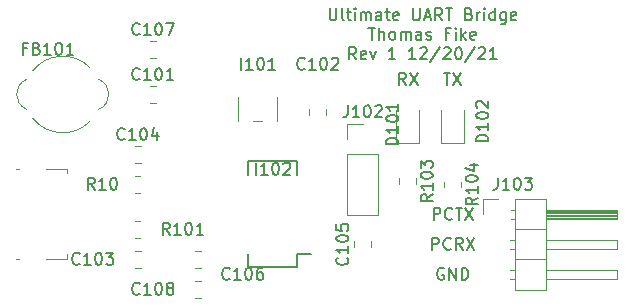
<source format=gto>
G04 #@! TF.GenerationSoftware,KiCad,Pcbnew,(5.1.10)-1*
G04 #@! TF.CreationDate,2021-12-17T22:33:09-07:00*
G04 #@! TF.ProjectId,ultimate-uart-bridge,756c7469-6d61-4746-952d-756172742d62,rev?*
G04 #@! TF.SameCoordinates,Original*
G04 #@! TF.FileFunction,Legend,Top*
G04 #@! TF.FilePolarity,Positive*
%FSLAX46Y46*%
G04 Gerber Fmt 4.6, Leading zero omitted, Abs format (unit mm)*
G04 Created by KiCad (PCBNEW (5.1.10)-1) date 2021-12-17 22:33:09*
%MOMM*%
%LPD*%
G01*
G04 APERTURE LIST*
%ADD10C,0.150000*%
%ADD11C,0.120000*%
%ADD12C,2.000000*%
%ADD13R,1.200000X0.400000*%
%ADD14O,1.700000X1.700000*%
%ADD15R,1.700000X1.700000*%
%ADD16R,1.900000X1.000000*%
%ADD17R,1.900000X1.800000*%
%ADD18R,1.300000X1.650000*%
%ADD19R,1.550000X1.425000*%
%ADD20R,1.380000X0.450000*%
%ADD21R,0.508000X0.977900*%
G04 APERTURE END LIST*
D10*
X138938095Y-97290000D02*
X138842857Y-97242380D01*
X138700000Y-97242380D01*
X138557142Y-97290000D01*
X138461904Y-97385238D01*
X138414285Y-97480476D01*
X138366666Y-97670952D01*
X138366666Y-97813809D01*
X138414285Y-98004285D01*
X138461904Y-98099523D01*
X138557142Y-98194761D01*
X138700000Y-98242380D01*
X138795238Y-98242380D01*
X138938095Y-98194761D01*
X138985714Y-98147142D01*
X138985714Y-97813809D01*
X138795238Y-97813809D01*
X139414285Y-98242380D02*
X139414285Y-97242380D01*
X139985714Y-98242380D01*
X139985714Y-97242380D01*
X140461904Y-98242380D02*
X140461904Y-97242380D01*
X140700000Y-97242380D01*
X140842857Y-97290000D01*
X140938095Y-97385238D01*
X140985714Y-97480476D01*
X141033333Y-97670952D01*
X141033333Y-97813809D01*
X140985714Y-98004285D01*
X140938095Y-98099523D01*
X140842857Y-98194761D01*
X140700000Y-98242380D01*
X140461904Y-98242380D01*
X137961904Y-95702380D02*
X137961904Y-94702380D01*
X138342857Y-94702380D01*
X138438095Y-94750000D01*
X138485714Y-94797619D01*
X138533333Y-94892857D01*
X138533333Y-95035714D01*
X138485714Y-95130952D01*
X138438095Y-95178571D01*
X138342857Y-95226190D01*
X137961904Y-95226190D01*
X139533333Y-95607142D02*
X139485714Y-95654761D01*
X139342857Y-95702380D01*
X139247619Y-95702380D01*
X139104761Y-95654761D01*
X139009523Y-95559523D01*
X138961904Y-95464285D01*
X138914285Y-95273809D01*
X138914285Y-95130952D01*
X138961904Y-94940476D01*
X139009523Y-94845238D01*
X139104761Y-94750000D01*
X139247619Y-94702380D01*
X139342857Y-94702380D01*
X139485714Y-94750000D01*
X139533333Y-94797619D01*
X140533333Y-95702380D02*
X140200000Y-95226190D01*
X139961904Y-95702380D02*
X139961904Y-94702380D01*
X140342857Y-94702380D01*
X140438095Y-94750000D01*
X140485714Y-94797619D01*
X140533333Y-94892857D01*
X140533333Y-95035714D01*
X140485714Y-95130952D01*
X140438095Y-95178571D01*
X140342857Y-95226190D01*
X139961904Y-95226190D01*
X140866666Y-94702380D02*
X141533333Y-95702380D01*
X141533333Y-94702380D02*
X140866666Y-95702380D01*
X138080952Y-93162380D02*
X138080952Y-92162380D01*
X138461904Y-92162380D01*
X138557142Y-92210000D01*
X138604761Y-92257619D01*
X138652380Y-92352857D01*
X138652380Y-92495714D01*
X138604761Y-92590952D01*
X138557142Y-92638571D01*
X138461904Y-92686190D01*
X138080952Y-92686190D01*
X139652380Y-93067142D02*
X139604761Y-93114761D01*
X139461904Y-93162380D01*
X139366666Y-93162380D01*
X139223809Y-93114761D01*
X139128571Y-93019523D01*
X139080952Y-92924285D01*
X139033333Y-92733809D01*
X139033333Y-92590952D01*
X139080952Y-92400476D01*
X139128571Y-92305238D01*
X139223809Y-92210000D01*
X139366666Y-92162380D01*
X139461904Y-92162380D01*
X139604761Y-92210000D01*
X139652380Y-92257619D01*
X139938095Y-92162380D02*
X140509523Y-92162380D01*
X140223809Y-93162380D02*
X140223809Y-92162380D01*
X140747619Y-92162380D02*
X141414285Y-93162380D01*
X141414285Y-92162380D02*
X140747619Y-93162380D01*
X129279047Y-75272380D02*
X129279047Y-76081904D01*
X129326666Y-76177142D01*
X129374285Y-76224761D01*
X129469523Y-76272380D01*
X129660000Y-76272380D01*
X129755238Y-76224761D01*
X129802857Y-76177142D01*
X129850476Y-76081904D01*
X129850476Y-75272380D01*
X130469523Y-76272380D02*
X130374285Y-76224761D01*
X130326666Y-76129523D01*
X130326666Y-75272380D01*
X130707619Y-75605714D02*
X131088571Y-75605714D01*
X130850476Y-75272380D02*
X130850476Y-76129523D01*
X130898095Y-76224761D01*
X130993333Y-76272380D01*
X131088571Y-76272380D01*
X131421904Y-76272380D02*
X131421904Y-75605714D01*
X131421904Y-75272380D02*
X131374285Y-75320000D01*
X131421904Y-75367619D01*
X131469523Y-75320000D01*
X131421904Y-75272380D01*
X131421904Y-75367619D01*
X131898095Y-76272380D02*
X131898095Y-75605714D01*
X131898095Y-75700952D02*
X131945714Y-75653333D01*
X132040952Y-75605714D01*
X132183809Y-75605714D01*
X132279047Y-75653333D01*
X132326666Y-75748571D01*
X132326666Y-76272380D01*
X132326666Y-75748571D02*
X132374285Y-75653333D01*
X132469523Y-75605714D01*
X132612380Y-75605714D01*
X132707619Y-75653333D01*
X132755238Y-75748571D01*
X132755238Y-76272380D01*
X133660000Y-76272380D02*
X133660000Y-75748571D01*
X133612380Y-75653333D01*
X133517142Y-75605714D01*
X133326666Y-75605714D01*
X133231428Y-75653333D01*
X133660000Y-76224761D02*
X133564761Y-76272380D01*
X133326666Y-76272380D01*
X133231428Y-76224761D01*
X133183809Y-76129523D01*
X133183809Y-76034285D01*
X133231428Y-75939047D01*
X133326666Y-75891428D01*
X133564761Y-75891428D01*
X133660000Y-75843809D01*
X133993333Y-75605714D02*
X134374285Y-75605714D01*
X134136190Y-75272380D02*
X134136190Y-76129523D01*
X134183809Y-76224761D01*
X134279047Y-76272380D01*
X134374285Y-76272380D01*
X135088571Y-76224761D02*
X134993333Y-76272380D01*
X134802857Y-76272380D01*
X134707619Y-76224761D01*
X134660000Y-76129523D01*
X134660000Y-75748571D01*
X134707619Y-75653333D01*
X134802857Y-75605714D01*
X134993333Y-75605714D01*
X135088571Y-75653333D01*
X135136190Y-75748571D01*
X135136190Y-75843809D01*
X134660000Y-75939047D01*
X136326666Y-75272380D02*
X136326666Y-76081904D01*
X136374285Y-76177142D01*
X136421904Y-76224761D01*
X136517142Y-76272380D01*
X136707619Y-76272380D01*
X136802857Y-76224761D01*
X136850476Y-76177142D01*
X136898095Y-76081904D01*
X136898095Y-75272380D01*
X137326666Y-75986666D02*
X137802857Y-75986666D01*
X137231428Y-76272380D02*
X137564761Y-75272380D01*
X137898095Y-76272380D01*
X138802857Y-76272380D02*
X138469523Y-75796190D01*
X138231428Y-76272380D02*
X138231428Y-75272380D01*
X138612380Y-75272380D01*
X138707619Y-75320000D01*
X138755238Y-75367619D01*
X138802857Y-75462857D01*
X138802857Y-75605714D01*
X138755238Y-75700952D01*
X138707619Y-75748571D01*
X138612380Y-75796190D01*
X138231428Y-75796190D01*
X139088571Y-75272380D02*
X139660000Y-75272380D01*
X139374285Y-76272380D02*
X139374285Y-75272380D01*
X141088571Y-75748571D02*
X141231428Y-75796190D01*
X141279047Y-75843809D01*
X141326666Y-75939047D01*
X141326666Y-76081904D01*
X141279047Y-76177142D01*
X141231428Y-76224761D01*
X141136190Y-76272380D01*
X140755238Y-76272380D01*
X140755238Y-75272380D01*
X141088571Y-75272380D01*
X141183809Y-75320000D01*
X141231428Y-75367619D01*
X141279047Y-75462857D01*
X141279047Y-75558095D01*
X141231428Y-75653333D01*
X141183809Y-75700952D01*
X141088571Y-75748571D01*
X140755238Y-75748571D01*
X141755238Y-76272380D02*
X141755238Y-75605714D01*
X141755238Y-75796190D02*
X141802857Y-75700952D01*
X141850476Y-75653333D01*
X141945714Y-75605714D01*
X142040952Y-75605714D01*
X142374285Y-76272380D02*
X142374285Y-75605714D01*
X142374285Y-75272380D02*
X142326666Y-75320000D01*
X142374285Y-75367619D01*
X142421904Y-75320000D01*
X142374285Y-75272380D01*
X142374285Y-75367619D01*
X143279047Y-76272380D02*
X143279047Y-75272380D01*
X143279047Y-76224761D02*
X143183809Y-76272380D01*
X142993333Y-76272380D01*
X142898095Y-76224761D01*
X142850476Y-76177142D01*
X142802857Y-76081904D01*
X142802857Y-75796190D01*
X142850476Y-75700952D01*
X142898095Y-75653333D01*
X142993333Y-75605714D01*
X143183809Y-75605714D01*
X143279047Y-75653333D01*
X144183809Y-75605714D02*
X144183809Y-76415238D01*
X144136190Y-76510476D01*
X144088571Y-76558095D01*
X143993333Y-76605714D01*
X143850476Y-76605714D01*
X143755238Y-76558095D01*
X144183809Y-76224761D02*
X144088571Y-76272380D01*
X143898095Y-76272380D01*
X143802857Y-76224761D01*
X143755238Y-76177142D01*
X143707619Y-76081904D01*
X143707619Y-75796190D01*
X143755238Y-75700952D01*
X143802857Y-75653333D01*
X143898095Y-75605714D01*
X144088571Y-75605714D01*
X144183809Y-75653333D01*
X145040952Y-76224761D02*
X144945714Y-76272380D01*
X144755238Y-76272380D01*
X144660000Y-76224761D01*
X144612380Y-76129523D01*
X144612380Y-75748571D01*
X144660000Y-75653333D01*
X144755238Y-75605714D01*
X144945714Y-75605714D01*
X145040952Y-75653333D01*
X145088571Y-75748571D01*
X145088571Y-75843809D01*
X144612380Y-75939047D01*
X132564761Y-76922380D02*
X133136190Y-76922380D01*
X132850476Y-77922380D02*
X132850476Y-76922380D01*
X133469523Y-77922380D02*
X133469523Y-76922380D01*
X133898095Y-77922380D02*
X133898095Y-77398571D01*
X133850476Y-77303333D01*
X133755238Y-77255714D01*
X133612380Y-77255714D01*
X133517142Y-77303333D01*
X133469523Y-77350952D01*
X134517142Y-77922380D02*
X134421904Y-77874761D01*
X134374285Y-77827142D01*
X134326666Y-77731904D01*
X134326666Y-77446190D01*
X134374285Y-77350952D01*
X134421904Y-77303333D01*
X134517142Y-77255714D01*
X134660000Y-77255714D01*
X134755238Y-77303333D01*
X134802857Y-77350952D01*
X134850476Y-77446190D01*
X134850476Y-77731904D01*
X134802857Y-77827142D01*
X134755238Y-77874761D01*
X134660000Y-77922380D01*
X134517142Y-77922380D01*
X135279047Y-77922380D02*
X135279047Y-77255714D01*
X135279047Y-77350952D02*
X135326666Y-77303333D01*
X135421904Y-77255714D01*
X135564761Y-77255714D01*
X135660000Y-77303333D01*
X135707619Y-77398571D01*
X135707619Y-77922380D01*
X135707619Y-77398571D02*
X135755238Y-77303333D01*
X135850476Y-77255714D01*
X135993333Y-77255714D01*
X136088571Y-77303333D01*
X136136190Y-77398571D01*
X136136190Y-77922380D01*
X137040952Y-77922380D02*
X137040952Y-77398571D01*
X136993333Y-77303333D01*
X136898095Y-77255714D01*
X136707619Y-77255714D01*
X136612380Y-77303333D01*
X137040952Y-77874761D02*
X136945714Y-77922380D01*
X136707619Y-77922380D01*
X136612380Y-77874761D01*
X136564761Y-77779523D01*
X136564761Y-77684285D01*
X136612380Y-77589047D01*
X136707619Y-77541428D01*
X136945714Y-77541428D01*
X137040952Y-77493809D01*
X137469523Y-77874761D02*
X137564761Y-77922380D01*
X137755238Y-77922380D01*
X137850476Y-77874761D01*
X137898095Y-77779523D01*
X137898095Y-77731904D01*
X137850476Y-77636666D01*
X137755238Y-77589047D01*
X137612380Y-77589047D01*
X137517142Y-77541428D01*
X137469523Y-77446190D01*
X137469523Y-77398571D01*
X137517142Y-77303333D01*
X137612380Y-77255714D01*
X137755238Y-77255714D01*
X137850476Y-77303333D01*
X139421904Y-77398571D02*
X139088571Y-77398571D01*
X139088571Y-77922380D02*
X139088571Y-76922380D01*
X139564761Y-76922380D01*
X139945714Y-77922380D02*
X139945714Y-77255714D01*
X139945714Y-76922380D02*
X139898095Y-76970000D01*
X139945714Y-77017619D01*
X139993333Y-76970000D01*
X139945714Y-76922380D01*
X139945714Y-77017619D01*
X140421904Y-77922380D02*
X140421904Y-76922380D01*
X140517142Y-77541428D02*
X140802857Y-77922380D01*
X140802857Y-77255714D02*
X140421904Y-77636666D01*
X141612380Y-77874761D02*
X141517142Y-77922380D01*
X141326666Y-77922380D01*
X141231428Y-77874761D01*
X141183809Y-77779523D01*
X141183809Y-77398571D01*
X141231428Y-77303333D01*
X141326666Y-77255714D01*
X141517142Y-77255714D01*
X141612380Y-77303333D01*
X141660000Y-77398571D01*
X141660000Y-77493809D01*
X141183809Y-77589047D01*
X131517142Y-79572380D02*
X131183809Y-79096190D01*
X130945714Y-79572380D02*
X130945714Y-78572380D01*
X131326666Y-78572380D01*
X131421904Y-78620000D01*
X131469523Y-78667619D01*
X131517142Y-78762857D01*
X131517142Y-78905714D01*
X131469523Y-79000952D01*
X131421904Y-79048571D01*
X131326666Y-79096190D01*
X130945714Y-79096190D01*
X132326666Y-79524761D02*
X132231428Y-79572380D01*
X132040952Y-79572380D01*
X131945714Y-79524761D01*
X131898095Y-79429523D01*
X131898095Y-79048571D01*
X131945714Y-78953333D01*
X132040952Y-78905714D01*
X132231428Y-78905714D01*
X132326666Y-78953333D01*
X132374285Y-79048571D01*
X132374285Y-79143809D01*
X131898095Y-79239047D01*
X132707619Y-78905714D02*
X132945714Y-79572380D01*
X133183809Y-78905714D01*
X134850476Y-79572380D02*
X134279047Y-79572380D01*
X134564761Y-79572380D02*
X134564761Y-78572380D01*
X134469523Y-78715238D01*
X134374285Y-78810476D01*
X134279047Y-78858095D01*
X136564761Y-79572380D02*
X135993333Y-79572380D01*
X136279047Y-79572380D02*
X136279047Y-78572380D01*
X136183809Y-78715238D01*
X136088571Y-78810476D01*
X135993333Y-78858095D01*
X136945714Y-78667619D02*
X136993333Y-78620000D01*
X137088571Y-78572380D01*
X137326666Y-78572380D01*
X137421904Y-78620000D01*
X137469523Y-78667619D01*
X137517142Y-78762857D01*
X137517142Y-78858095D01*
X137469523Y-79000952D01*
X136898095Y-79572380D01*
X137517142Y-79572380D01*
X138660000Y-78524761D02*
X137802857Y-79810476D01*
X138945714Y-78667619D02*
X138993333Y-78620000D01*
X139088571Y-78572380D01*
X139326666Y-78572380D01*
X139421904Y-78620000D01*
X139469523Y-78667619D01*
X139517142Y-78762857D01*
X139517142Y-78858095D01*
X139469523Y-79000952D01*
X138898095Y-79572380D01*
X139517142Y-79572380D01*
X140136190Y-78572380D02*
X140231428Y-78572380D01*
X140326666Y-78620000D01*
X140374285Y-78667619D01*
X140421904Y-78762857D01*
X140469523Y-78953333D01*
X140469523Y-79191428D01*
X140421904Y-79381904D01*
X140374285Y-79477142D01*
X140326666Y-79524761D01*
X140231428Y-79572380D01*
X140136190Y-79572380D01*
X140040952Y-79524761D01*
X139993333Y-79477142D01*
X139945714Y-79381904D01*
X139898095Y-79191428D01*
X139898095Y-78953333D01*
X139945714Y-78762857D01*
X139993333Y-78667619D01*
X140040952Y-78620000D01*
X140136190Y-78572380D01*
X141612380Y-78524761D02*
X140755238Y-79810476D01*
X141898095Y-78667619D02*
X141945714Y-78620000D01*
X142040952Y-78572380D01*
X142279047Y-78572380D01*
X142374285Y-78620000D01*
X142421904Y-78667619D01*
X142469523Y-78762857D01*
X142469523Y-78858095D01*
X142421904Y-79000952D01*
X141850476Y-79572380D01*
X142469523Y-79572380D01*
X143421904Y-79572380D02*
X142850476Y-79572380D01*
X143136190Y-79572380D02*
X143136190Y-78572380D01*
X143040952Y-78715238D01*
X142945714Y-78810476D01*
X142850476Y-78858095D01*
X135723333Y-81732380D02*
X135390000Y-81256190D01*
X135151904Y-81732380D02*
X135151904Y-80732380D01*
X135532857Y-80732380D01*
X135628095Y-80780000D01*
X135675714Y-80827619D01*
X135723333Y-80922857D01*
X135723333Y-81065714D01*
X135675714Y-81160952D01*
X135628095Y-81208571D01*
X135532857Y-81256190D01*
X135151904Y-81256190D01*
X136056666Y-80732380D02*
X136723333Y-81732380D01*
X136723333Y-80732380D02*
X136056666Y-81732380D01*
X138938095Y-80732380D02*
X139509523Y-80732380D01*
X139223809Y-81732380D02*
X139223809Y-80732380D01*
X139747619Y-80732380D02*
X140414285Y-81732380D01*
X140414285Y-80732380D02*
X139747619Y-81732380D01*
D11*
X109728000Y-81280000D02*
G75*
G02*
X109728000Y-83820000I-508000J-1270000D01*
G01*
X103632000Y-83820000D02*
G75*
G02*
X103632000Y-81280000I508000J1270000D01*
G01*
X108980068Y-84850068D02*
G75*
G02*
X104140000Y-84582000I-2300068J2300068D01*
G01*
X104155535Y-80530428D02*
G75*
G02*
X108966000Y-80264000I2524465J-2019572D01*
G01*
D10*
X126535000Y-96075000D02*
X127660000Y-96075000D01*
X126535000Y-88235000D02*
X122385000Y-88235000D01*
X126535000Y-97185000D02*
X122385000Y-97185000D01*
X126535000Y-88235000D02*
X126535000Y-89345000D01*
X122385000Y-88235000D02*
X122385000Y-89345000D01*
X122385000Y-97185000D02*
X122385000Y-96075000D01*
X126535000Y-96075000D02*
X126535000Y-97185000D01*
D11*
X138965000Y-89942936D02*
X138965000Y-90397064D01*
X140435000Y-89942936D02*
X140435000Y-90397064D01*
X135155000Y-89672936D02*
X135155000Y-90127064D01*
X136625000Y-89672936D02*
X136625000Y-90127064D01*
X112802936Y-90905000D02*
X113257064Y-90905000D01*
X112802936Y-89435000D02*
X113257064Y-89435000D01*
X112802936Y-94715000D02*
X113257064Y-94715000D01*
X112802936Y-93245000D02*
X113257064Y-93245000D01*
X142240000Y-91440000D02*
X143510000Y-91440000D01*
X142240000Y-92710000D02*
X142240000Y-91440000D01*
X144552929Y-98170000D02*
X144950000Y-98170000D01*
X144552929Y-97410000D02*
X144950000Y-97410000D01*
X153610000Y-98170000D02*
X147610000Y-98170000D01*
X153610000Y-97410000D02*
X153610000Y-98170000D01*
X147610000Y-97410000D02*
X153610000Y-97410000D01*
X144950000Y-96520000D02*
X147610000Y-96520000D01*
X144552929Y-95630000D02*
X144950000Y-95630000D01*
X144552929Y-94870000D02*
X144950000Y-94870000D01*
X153610000Y-95630000D02*
X147610000Y-95630000D01*
X153610000Y-94870000D02*
X153610000Y-95630000D01*
X147610000Y-94870000D02*
X153610000Y-94870000D01*
X144950000Y-93980000D02*
X147610000Y-93980000D01*
X144620000Y-93090000D02*
X144950000Y-93090000D01*
X144620000Y-92330000D02*
X144950000Y-92330000D01*
X147610000Y-92990000D02*
X153610000Y-92990000D01*
X147610000Y-92870000D02*
X153610000Y-92870000D01*
X147610000Y-92750000D02*
X153610000Y-92750000D01*
X147610000Y-92630000D02*
X153610000Y-92630000D01*
X147610000Y-92510000D02*
X153610000Y-92510000D01*
X147610000Y-92390000D02*
X153610000Y-92390000D01*
X153610000Y-93090000D02*
X147610000Y-93090000D01*
X153610000Y-92330000D02*
X153610000Y-93090000D01*
X147610000Y-92330000D02*
X153610000Y-92330000D01*
X147610000Y-91380000D02*
X144950000Y-91380000D01*
X147610000Y-99120000D02*
X147610000Y-91380000D01*
X144950000Y-99120000D02*
X147610000Y-99120000D01*
X144950000Y-91380000D02*
X144950000Y-99120000D01*
X130750000Y-85030000D02*
X132080000Y-85030000D01*
X130750000Y-86360000D02*
X130750000Y-85030000D01*
X130750000Y-87630000D02*
X133410000Y-87630000D01*
X133410000Y-87630000D02*
X133410000Y-92770000D01*
X130750000Y-87630000D02*
X130750000Y-92770000D01*
X130750000Y-92770000D02*
X133410000Y-92770000D01*
X102705000Y-88847500D02*
X102965000Y-88847500D01*
X105245000Y-88847500D02*
X107015000Y-88847500D01*
X107015000Y-88847500D02*
X107015000Y-89227500D01*
X107015000Y-96467500D02*
X105245000Y-96467500D01*
X102965000Y-96467500D02*
X102705000Y-96467500D01*
X107015000Y-96467500D02*
X107015000Y-96087500D01*
X124828300Y-84823300D02*
X124828300Y-82816700D01*
X122826739Y-84823300D02*
X123553261Y-84823300D01*
X121551700Y-82816700D02*
X121551700Y-84823300D01*
X140660000Y-86705000D02*
X140660000Y-83845000D01*
X138740000Y-86705000D02*
X140660000Y-86705000D01*
X138740000Y-83845000D02*
X138740000Y-86705000D01*
X136850000Y-86705000D02*
X136850000Y-83845000D01*
X134930000Y-86705000D02*
X136850000Y-86705000D01*
X134930000Y-83845000D02*
X134930000Y-86705000D01*
X118371252Y-98325000D02*
X117848748Y-98325000D01*
X118371252Y-99795000D02*
X117848748Y-99795000D01*
X114038748Y-79475000D02*
X114561252Y-79475000D01*
X114038748Y-78005000D02*
X114561252Y-78005000D01*
X118371252Y-95785000D02*
X117848748Y-95785000D01*
X118371252Y-97255000D02*
X117848748Y-97255000D01*
X132815000Y-95511252D02*
X132815000Y-94988748D01*
X131345000Y-95511252D02*
X131345000Y-94988748D01*
X112768748Y-88365000D02*
X113291252Y-88365000D01*
X112768748Y-86895000D02*
X113291252Y-86895000D01*
X112768748Y-97255000D02*
X113291252Y-97255000D01*
X112768748Y-95785000D02*
X113291252Y-95785000D01*
X129005000Y-84313752D02*
X129005000Y-83791248D01*
X127535000Y-84313752D02*
X127535000Y-83791248D01*
X114038748Y-83285000D02*
X114561252Y-83285000D01*
X114038748Y-81815000D02*
X114561252Y-81815000D01*
D10*
X103624285Y-78668571D02*
X103290952Y-78668571D01*
X103290952Y-79192380D02*
X103290952Y-78192380D01*
X103767142Y-78192380D01*
X104481428Y-78668571D02*
X104624285Y-78716190D01*
X104671904Y-78763809D01*
X104719523Y-78859047D01*
X104719523Y-79001904D01*
X104671904Y-79097142D01*
X104624285Y-79144761D01*
X104529047Y-79192380D01*
X104148095Y-79192380D01*
X104148095Y-78192380D01*
X104481428Y-78192380D01*
X104576666Y-78240000D01*
X104624285Y-78287619D01*
X104671904Y-78382857D01*
X104671904Y-78478095D01*
X104624285Y-78573333D01*
X104576666Y-78620952D01*
X104481428Y-78668571D01*
X104148095Y-78668571D01*
X105671904Y-79192380D02*
X105100476Y-79192380D01*
X105386190Y-79192380D02*
X105386190Y-78192380D01*
X105290952Y-78335238D01*
X105195714Y-78430476D01*
X105100476Y-78478095D01*
X106290952Y-78192380D02*
X106386190Y-78192380D01*
X106481428Y-78240000D01*
X106529047Y-78287619D01*
X106576666Y-78382857D01*
X106624285Y-78573333D01*
X106624285Y-78811428D01*
X106576666Y-79001904D01*
X106529047Y-79097142D01*
X106481428Y-79144761D01*
X106386190Y-79192380D01*
X106290952Y-79192380D01*
X106195714Y-79144761D01*
X106148095Y-79097142D01*
X106100476Y-79001904D01*
X106052857Y-78811428D01*
X106052857Y-78573333D01*
X106100476Y-78382857D01*
X106148095Y-78287619D01*
X106195714Y-78240000D01*
X106290952Y-78192380D01*
X107576666Y-79192380D02*
X107005238Y-79192380D01*
X107290952Y-79192380D02*
X107290952Y-78192380D01*
X107195714Y-78335238D01*
X107100476Y-78430476D01*
X107005238Y-78478095D01*
X123031428Y-89352380D02*
X123031428Y-88352380D01*
X124031428Y-89352380D02*
X123460000Y-89352380D01*
X123745714Y-89352380D02*
X123745714Y-88352380D01*
X123650476Y-88495238D01*
X123555238Y-88590476D01*
X123460000Y-88638095D01*
X124650476Y-88352380D02*
X124745714Y-88352380D01*
X124840952Y-88400000D01*
X124888571Y-88447619D01*
X124936190Y-88542857D01*
X124983809Y-88733333D01*
X124983809Y-88971428D01*
X124936190Y-89161904D01*
X124888571Y-89257142D01*
X124840952Y-89304761D01*
X124745714Y-89352380D01*
X124650476Y-89352380D01*
X124555238Y-89304761D01*
X124507619Y-89257142D01*
X124460000Y-89161904D01*
X124412380Y-88971428D01*
X124412380Y-88733333D01*
X124460000Y-88542857D01*
X124507619Y-88447619D01*
X124555238Y-88400000D01*
X124650476Y-88352380D01*
X125364761Y-88447619D02*
X125412380Y-88400000D01*
X125507619Y-88352380D01*
X125745714Y-88352380D01*
X125840952Y-88400000D01*
X125888571Y-88447619D01*
X125936190Y-88542857D01*
X125936190Y-88638095D01*
X125888571Y-88780952D01*
X125317142Y-89352380D01*
X125936190Y-89352380D01*
X141802380Y-91289047D02*
X141326190Y-91622380D01*
X141802380Y-91860476D02*
X140802380Y-91860476D01*
X140802380Y-91479523D01*
X140850000Y-91384285D01*
X140897619Y-91336666D01*
X140992857Y-91289047D01*
X141135714Y-91289047D01*
X141230952Y-91336666D01*
X141278571Y-91384285D01*
X141326190Y-91479523D01*
X141326190Y-91860476D01*
X141802380Y-90336666D02*
X141802380Y-90908095D01*
X141802380Y-90622380D02*
X140802380Y-90622380D01*
X140945238Y-90717619D01*
X141040476Y-90812857D01*
X141088095Y-90908095D01*
X140802380Y-89717619D02*
X140802380Y-89622380D01*
X140850000Y-89527142D01*
X140897619Y-89479523D01*
X140992857Y-89431904D01*
X141183333Y-89384285D01*
X141421428Y-89384285D01*
X141611904Y-89431904D01*
X141707142Y-89479523D01*
X141754761Y-89527142D01*
X141802380Y-89622380D01*
X141802380Y-89717619D01*
X141754761Y-89812857D01*
X141707142Y-89860476D01*
X141611904Y-89908095D01*
X141421428Y-89955714D01*
X141183333Y-89955714D01*
X140992857Y-89908095D01*
X140897619Y-89860476D01*
X140850000Y-89812857D01*
X140802380Y-89717619D01*
X141135714Y-88527142D02*
X141802380Y-88527142D01*
X140754761Y-88765238D02*
X141469047Y-89003333D01*
X141469047Y-88384285D01*
X137992380Y-91019047D02*
X137516190Y-91352380D01*
X137992380Y-91590476D02*
X136992380Y-91590476D01*
X136992380Y-91209523D01*
X137040000Y-91114285D01*
X137087619Y-91066666D01*
X137182857Y-91019047D01*
X137325714Y-91019047D01*
X137420952Y-91066666D01*
X137468571Y-91114285D01*
X137516190Y-91209523D01*
X137516190Y-91590476D01*
X137992380Y-90066666D02*
X137992380Y-90638095D01*
X137992380Y-90352380D02*
X136992380Y-90352380D01*
X137135238Y-90447619D01*
X137230476Y-90542857D01*
X137278095Y-90638095D01*
X136992380Y-89447619D02*
X136992380Y-89352380D01*
X137040000Y-89257142D01*
X137087619Y-89209523D01*
X137182857Y-89161904D01*
X137373333Y-89114285D01*
X137611428Y-89114285D01*
X137801904Y-89161904D01*
X137897142Y-89209523D01*
X137944761Y-89257142D01*
X137992380Y-89352380D01*
X137992380Y-89447619D01*
X137944761Y-89542857D01*
X137897142Y-89590476D01*
X137801904Y-89638095D01*
X137611428Y-89685714D01*
X137373333Y-89685714D01*
X137182857Y-89638095D01*
X137087619Y-89590476D01*
X137040000Y-89542857D01*
X136992380Y-89447619D01*
X136992380Y-88780952D02*
X136992380Y-88161904D01*
X137373333Y-88495238D01*
X137373333Y-88352380D01*
X137420952Y-88257142D01*
X137468571Y-88209523D01*
X137563809Y-88161904D01*
X137801904Y-88161904D01*
X137897142Y-88209523D01*
X137944761Y-88257142D01*
X137992380Y-88352380D01*
X137992380Y-88638095D01*
X137944761Y-88733333D01*
X137897142Y-88780952D01*
X109370952Y-90622380D02*
X109037619Y-90146190D01*
X108799523Y-90622380D02*
X108799523Y-89622380D01*
X109180476Y-89622380D01*
X109275714Y-89670000D01*
X109323333Y-89717619D01*
X109370952Y-89812857D01*
X109370952Y-89955714D01*
X109323333Y-90050952D01*
X109275714Y-90098571D01*
X109180476Y-90146190D01*
X108799523Y-90146190D01*
X110323333Y-90622380D02*
X109751904Y-90622380D01*
X110037619Y-90622380D02*
X110037619Y-89622380D01*
X109942380Y-89765238D01*
X109847142Y-89860476D01*
X109751904Y-89908095D01*
X110942380Y-89622380D02*
X111037619Y-89622380D01*
X111132857Y-89670000D01*
X111180476Y-89717619D01*
X111228095Y-89812857D01*
X111275714Y-90003333D01*
X111275714Y-90241428D01*
X111228095Y-90431904D01*
X111180476Y-90527142D01*
X111132857Y-90574761D01*
X111037619Y-90622380D01*
X110942380Y-90622380D01*
X110847142Y-90574761D01*
X110799523Y-90527142D01*
X110751904Y-90431904D01*
X110704285Y-90241428D01*
X110704285Y-90003333D01*
X110751904Y-89812857D01*
X110799523Y-89717619D01*
X110847142Y-89670000D01*
X110942380Y-89622380D01*
X111656666Y-89717619D02*
X111704285Y-89670000D01*
X111799523Y-89622380D01*
X112037619Y-89622380D01*
X112132857Y-89670000D01*
X112180476Y-89717619D01*
X112228095Y-89812857D01*
X112228095Y-89908095D01*
X112180476Y-90050952D01*
X111609047Y-90622380D01*
X112228095Y-90622380D01*
X115720952Y-94432380D02*
X115387619Y-93956190D01*
X115149523Y-94432380D02*
X115149523Y-93432380D01*
X115530476Y-93432380D01*
X115625714Y-93480000D01*
X115673333Y-93527619D01*
X115720952Y-93622857D01*
X115720952Y-93765714D01*
X115673333Y-93860952D01*
X115625714Y-93908571D01*
X115530476Y-93956190D01*
X115149523Y-93956190D01*
X116673333Y-94432380D02*
X116101904Y-94432380D01*
X116387619Y-94432380D02*
X116387619Y-93432380D01*
X116292380Y-93575238D01*
X116197142Y-93670476D01*
X116101904Y-93718095D01*
X117292380Y-93432380D02*
X117387619Y-93432380D01*
X117482857Y-93480000D01*
X117530476Y-93527619D01*
X117578095Y-93622857D01*
X117625714Y-93813333D01*
X117625714Y-94051428D01*
X117578095Y-94241904D01*
X117530476Y-94337142D01*
X117482857Y-94384761D01*
X117387619Y-94432380D01*
X117292380Y-94432380D01*
X117197142Y-94384761D01*
X117149523Y-94337142D01*
X117101904Y-94241904D01*
X117054285Y-94051428D01*
X117054285Y-93813333D01*
X117101904Y-93622857D01*
X117149523Y-93527619D01*
X117197142Y-93480000D01*
X117292380Y-93432380D01*
X118578095Y-94432380D02*
X118006666Y-94432380D01*
X118292380Y-94432380D02*
X118292380Y-93432380D01*
X118197142Y-93575238D01*
X118101904Y-93670476D01*
X118006666Y-93718095D01*
X143494285Y-89622380D02*
X143494285Y-90336666D01*
X143446666Y-90479523D01*
X143351428Y-90574761D01*
X143208571Y-90622380D01*
X143113333Y-90622380D01*
X144494285Y-90622380D02*
X143922857Y-90622380D01*
X144208571Y-90622380D02*
X144208571Y-89622380D01*
X144113333Y-89765238D01*
X144018095Y-89860476D01*
X143922857Y-89908095D01*
X145113333Y-89622380D02*
X145208571Y-89622380D01*
X145303809Y-89670000D01*
X145351428Y-89717619D01*
X145399047Y-89812857D01*
X145446666Y-90003333D01*
X145446666Y-90241428D01*
X145399047Y-90431904D01*
X145351428Y-90527142D01*
X145303809Y-90574761D01*
X145208571Y-90622380D01*
X145113333Y-90622380D01*
X145018095Y-90574761D01*
X144970476Y-90527142D01*
X144922857Y-90431904D01*
X144875238Y-90241428D01*
X144875238Y-90003333D01*
X144922857Y-89812857D01*
X144970476Y-89717619D01*
X145018095Y-89670000D01*
X145113333Y-89622380D01*
X145780000Y-89622380D02*
X146399047Y-89622380D01*
X146065714Y-90003333D01*
X146208571Y-90003333D01*
X146303809Y-90050952D01*
X146351428Y-90098571D01*
X146399047Y-90193809D01*
X146399047Y-90431904D01*
X146351428Y-90527142D01*
X146303809Y-90574761D01*
X146208571Y-90622380D01*
X145922857Y-90622380D01*
X145827619Y-90574761D01*
X145780000Y-90527142D01*
X130794285Y-83482380D02*
X130794285Y-84196666D01*
X130746666Y-84339523D01*
X130651428Y-84434761D01*
X130508571Y-84482380D01*
X130413333Y-84482380D01*
X131794285Y-84482380D02*
X131222857Y-84482380D01*
X131508571Y-84482380D02*
X131508571Y-83482380D01*
X131413333Y-83625238D01*
X131318095Y-83720476D01*
X131222857Y-83768095D01*
X132413333Y-83482380D02*
X132508571Y-83482380D01*
X132603809Y-83530000D01*
X132651428Y-83577619D01*
X132699047Y-83672857D01*
X132746666Y-83863333D01*
X132746666Y-84101428D01*
X132699047Y-84291904D01*
X132651428Y-84387142D01*
X132603809Y-84434761D01*
X132508571Y-84482380D01*
X132413333Y-84482380D01*
X132318095Y-84434761D01*
X132270476Y-84387142D01*
X132222857Y-84291904D01*
X132175238Y-84101428D01*
X132175238Y-83863333D01*
X132222857Y-83672857D01*
X132270476Y-83577619D01*
X132318095Y-83530000D01*
X132413333Y-83482380D01*
X133127619Y-83577619D02*
X133175238Y-83530000D01*
X133270476Y-83482380D01*
X133508571Y-83482380D01*
X133603809Y-83530000D01*
X133651428Y-83577619D01*
X133699047Y-83672857D01*
X133699047Y-83768095D01*
X133651428Y-83910952D01*
X133080000Y-84482380D01*
X133699047Y-84482380D01*
X121761428Y-80462380D02*
X121761428Y-79462380D01*
X122761428Y-80462380D02*
X122190000Y-80462380D01*
X122475714Y-80462380D02*
X122475714Y-79462380D01*
X122380476Y-79605238D01*
X122285238Y-79700476D01*
X122190000Y-79748095D01*
X123380476Y-79462380D02*
X123475714Y-79462380D01*
X123570952Y-79510000D01*
X123618571Y-79557619D01*
X123666190Y-79652857D01*
X123713809Y-79843333D01*
X123713809Y-80081428D01*
X123666190Y-80271904D01*
X123618571Y-80367142D01*
X123570952Y-80414761D01*
X123475714Y-80462380D01*
X123380476Y-80462380D01*
X123285238Y-80414761D01*
X123237619Y-80367142D01*
X123190000Y-80271904D01*
X123142380Y-80081428D01*
X123142380Y-79843333D01*
X123190000Y-79652857D01*
X123237619Y-79557619D01*
X123285238Y-79510000D01*
X123380476Y-79462380D01*
X124666190Y-80462380D02*
X124094761Y-80462380D01*
X124380476Y-80462380D02*
X124380476Y-79462380D01*
X124285238Y-79605238D01*
X124190000Y-79700476D01*
X124094761Y-79748095D01*
X142692380Y-86535476D02*
X141692380Y-86535476D01*
X141692380Y-86297380D01*
X141740000Y-86154523D01*
X141835238Y-86059285D01*
X141930476Y-86011666D01*
X142120952Y-85964047D01*
X142263809Y-85964047D01*
X142454285Y-86011666D01*
X142549523Y-86059285D01*
X142644761Y-86154523D01*
X142692380Y-86297380D01*
X142692380Y-86535476D01*
X142692380Y-85011666D02*
X142692380Y-85583095D01*
X142692380Y-85297380D02*
X141692380Y-85297380D01*
X141835238Y-85392619D01*
X141930476Y-85487857D01*
X141978095Y-85583095D01*
X141692380Y-84392619D02*
X141692380Y-84297380D01*
X141740000Y-84202142D01*
X141787619Y-84154523D01*
X141882857Y-84106904D01*
X142073333Y-84059285D01*
X142311428Y-84059285D01*
X142501904Y-84106904D01*
X142597142Y-84154523D01*
X142644761Y-84202142D01*
X142692380Y-84297380D01*
X142692380Y-84392619D01*
X142644761Y-84487857D01*
X142597142Y-84535476D01*
X142501904Y-84583095D01*
X142311428Y-84630714D01*
X142073333Y-84630714D01*
X141882857Y-84583095D01*
X141787619Y-84535476D01*
X141740000Y-84487857D01*
X141692380Y-84392619D01*
X141787619Y-83678333D02*
X141740000Y-83630714D01*
X141692380Y-83535476D01*
X141692380Y-83297380D01*
X141740000Y-83202142D01*
X141787619Y-83154523D01*
X141882857Y-83106904D01*
X141978095Y-83106904D01*
X142120952Y-83154523D01*
X142692380Y-83725952D01*
X142692380Y-83106904D01*
X135072380Y-86780476D02*
X134072380Y-86780476D01*
X134072380Y-86542380D01*
X134120000Y-86399523D01*
X134215238Y-86304285D01*
X134310476Y-86256666D01*
X134500952Y-86209047D01*
X134643809Y-86209047D01*
X134834285Y-86256666D01*
X134929523Y-86304285D01*
X135024761Y-86399523D01*
X135072380Y-86542380D01*
X135072380Y-86780476D01*
X135072380Y-85256666D02*
X135072380Y-85828095D01*
X135072380Y-85542380D02*
X134072380Y-85542380D01*
X134215238Y-85637619D01*
X134310476Y-85732857D01*
X134358095Y-85828095D01*
X134072380Y-84637619D02*
X134072380Y-84542380D01*
X134120000Y-84447142D01*
X134167619Y-84399523D01*
X134262857Y-84351904D01*
X134453333Y-84304285D01*
X134691428Y-84304285D01*
X134881904Y-84351904D01*
X134977142Y-84399523D01*
X135024761Y-84447142D01*
X135072380Y-84542380D01*
X135072380Y-84637619D01*
X135024761Y-84732857D01*
X134977142Y-84780476D01*
X134881904Y-84828095D01*
X134691428Y-84875714D01*
X134453333Y-84875714D01*
X134262857Y-84828095D01*
X134167619Y-84780476D01*
X134120000Y-84732857D01*
X134072380Y-84637619D01*
X135072380Y-83351904D02*
X135072380Y-83923333D01*
X135072380Y-83637619D02*
X134072380Y-83637619D01*
X134215238Y-83732857D01*
X134310476Y-83828095D01*
X134358095Y-83923333D01*
X113180952Y-99417142D02*
X113133333Y-99464761D01*
X112990476Y-99512380D01*
X112895238Y-99512380D01*
X112752380Y-99464761D01*
X112657142Y-99369523D01*
X112609523Y-99274285D01*
X112561904Y-99083809D01*
X112561904Y-98940952D01*
X112609523Y-98750476D01*
X112657142Y-98655238D01*
X112752380Y-98560000D01*
X112895238Y-98512380D01*
X112990476Y-98512380D01*
X113133333Y-98560000D01*
X113180952Y-98607619D01*
X114133333Y-99512380D02*
X113561904Y-99512380D01*
X113847619Y-99512380D02*
X113847619Y-98512380D01*
X113752380Y-98655238D01*
X113657142Y-98750476D01*
X113561904Y-98798095D01*
X114752380Y-98512380D02*
X114847619Y-98512380D01*
X114942857Y-98560000D01*
X114990476Y-98607619D01*
X115038095Y-98702857D01*
X115085714Y-98893333D01*
X115085714Y-99131428D01*
X115038095Y-99321904D01*
X114990476Y-99417142D01*
X114942857Y-99464761D01*
X114847619Y-99512380D01*
X114752380Y-99512380D01*
X114657142Y-99464761D01*
X114609523Y-99417142D01*
X114561904Y-99321904D01*
X114514285Y-99131428D01*
X114514285Y-98893333D01*
X114561904Y-98702857D01*
X114609523Y-98607619D01*
X114657142Y-98560000D01*
X114752380Y-98512380D01*
X115657142Y-98940952D02*
X115561904Y-98893333D01*
X115514285Y-98845714D01*
X115466666Y-98750476D01*
X115466666Y-98702857D01*
X115514285Y-98607619D01*
X115561904Y-98560000D01*
X115657142Y-98512380D01*
X115847619Y-98512380D01*
X115942857Y-98560000D01*
X115990476Y-98607619D01*
X116038095Y-98702857D01*
X116038095Y-98750476D01*
X115990476Y-98845714D01*
X115942857Y-98893333D01*
X115847619Y-98940952D01*
X115657142Y-98940952D01*
X115561904Y-98988571D01*
X115514285Y-99036190D01*
X115466666Y-99131428D01*
X115466666Y-99321904D01*
X115514285Y-99417142D01*
X115561904Y-99464761D01*
X115657142Y-99512380D01*
X115847619Y-99512380D01*
X115942857Y-99464761D01*
X115990476Y-99417142D01*
X116038095Y-99321904D01*
X116038095Y-99131428D01*
X115990476Y-99036190D01*
X115942857Y-98988571D01*
X115847619Y-98940952D01*
X113180952Y-77417142D02*
X113133333Y-77464761D01*
X112990476Y-77512380D01*
X112895238Y-77512380D01*
X112752380Y-77464761D01*
X112657142Y-77369523D01*
X112609523Y-77274285D01*
X112561904Y-77083809D01*
X112561904Y-76940952D01*
X112609523Y-76750476D01*
X112657142Y-76655238D01*
X112752380Y-76560000D01*
X112895238Y-76512380D01*
X112990476Y-76512380D01*
X113133333Y-76560000D01*
X113180952Y-76607619D01*
X114133333Y-77512380D02*
X113561904Y-77512380D01*
X113847619Y-77512380D02*
X113847619Y-76512380D01*
X113752380Y-76655238D01*
X113657142Y-76750476D01*
X113561904Y-76798095D01*
X114752380Y-76512380D02*
X114847619Y-76512380D01*
X114942857Y-76560000D01*
X114990476Y-76607619D01*
X115038095Y-76702857D01*
X115085714Y-76893333D01*
X115085714Y-77131428D01*
X115038095Y-77321904D01*
X114990476Y-77417142D01*
X114942857Y-77464761D01*
X114847619Y-77512380D01*
X114752380Y-77512380D01*
X114657142Y-77464761D01*
X114609523Y-77417142D01*
X114561904Y-77321904D01*
X114514285Y-77131428D01*
X114514285Y-76893333D01*
X114561904Y-76702857D01*
X114609523Y-76607619D01*
X114657142Y-76560000D01*
X114752380Y-76512380D01*
X115419047Y-76512380D02*
X116085714Y-76512380D01*
X115657142Y-77512380D01*
X120800952Y-98147142D02*
X120753333Y-98194761D01*
X120610476Y-98242380D01*
X120515238Y-98242380D01*
X120372380Y-98194761D01*
X120277142Y-98099523D01*
X120229523Y-98004285D01*
X120181904Y-97813809D01*
X120181904Y-97670952D01*
X120229523Y-97480476D01*
X120277142Y-97385238D01*
X120372380Y-97290000D01*
X120515238Y-97242380D01*
X120610476Y-97242380D01*
X120753333Y-97290000D01*
X120800952Y-97337619D01*
X121753333Y-98242380D02*
X121181904Y-98242380D01*
X121467619Y-98242380D02*
X121467619Y-97242380D01*
X121372380Y-97385238D01*
X121277142Y-97480476D01*
X121181904Y-97528095D01*
X122372380Y-97242380D02*
X122467619Y-97242380D01*
X122562857Y-97290000D01*
X122610476Y-97337619D01*
X122658095Y-97432857D01*
X122705714Y-97623333D01*
X122705714Y-97861428D01*
X122658095Y-98051904D01*
X122610476Y-98147142D01*
X122562857Y-98194761D01*
X122467619Y-98242380D01*
X122372380Y-98242380D01*
X122277142Y-98194761D01*
X122229523Y-98147142D01*
X122181904Y-98051904D01*
X122134285Y-97861428D01*
X122134285Y-97623333D01*
X122181904Y-97432857D01*
X122229523Y-97337619D01*
X122277142Y-97290000D01*
X122372380Y-97242380D01*
X123562857Y-97242380D02*
X123372380Y-97242380D01*
X123277142Y-97290000D01*
X123229523Y-97337619D01*
X123134285Y-97480476D01*
X123086666Y-97670952D01*
X123086666Y-98051904D01*
X123134285Y-98147142D01*
X123181904Y-98194761D01*
X123277142Y-98242380D01*
X123467619Y-98242380D01*
X123562857Y-98194761D01*
X123610476Y-98147142D01*
X123658095Y-98051904D01*
X123658095Y-97813809D01*
X123610476Y-97718571D01*
X123562857Y-97670952D01*
X123467619Y-97623333D01*
X123277142Y-97623333D01*
X123181904Y-97670952D01*
X123134285Y-97718571D01*
X123086666Y-97813809D01*
X130757142Y-96369047D02*
X130804761Y-96416666D01*
X130852380Y-96559523D01*
X130852380Y-96654761D01*
X130804761Y-96797619D01*
X130709523Y-96892857D01*
X130614285Y-96940476D01*
X130423809Y-96988095D01*
X130280952Y-96988095D01*
X130090476Y-96940476D01*
X129995238Y-96892857D01*
X129900000Y-96797619D01*
X129852380Y-96654761D01*
X129852380Y-96559523D01*
X129900000Y-96416666D01*
X129947619Y-96369047D01*
X130852380Y-95416666D02*
X130852380Y-95988095D01*
X130852380Y-95702380D02*
X129852380Y-95702380D01*
X129995238Y-95797619D01*
X130090476Y-95892857D01*
X130138095Y-95988095D01*
X129852380Y-94797619D02*
X129852380Y-94702380D01*
X129900000Y-94607142D01*
X129947619Y-94559523D01*
X130042857Y-94511904D01*
X130233333Y-94464285D01*
X130471428Y-94464285D01*
X130661904Y-94511904D01*
X130757142Y-94559523D01*
X130804761Y-94607142D01*
X130852380Y-94702380D01*
X130852380Y-94797619D01*
X130804761Y-94892857D01*
X130757142Y-94940476D01*
X130661904Y-94988095D01*
X130471428Y-95035714D01*
X130233333Y-95035714D01*
X130042857Y-94988095D01*
X129947619Y-94940476D01*
X129900000Y-94892857D01*
X129852380Y-94797619D01*
X129852380Y-93559523D02*
X129852380Y-94035714D01*
X130328571Y-94083333D01*
X130280952Y-94035714D01*
X130233333Y-93940476D01*
X130233333Y-93702380D01*
X130280952Y-93607142D01*
X130328571Y-93559523D01*
X130423809Y-93511904D01*
X130661904Y-93511904D01*
X130757142Y-93559523D01*
X130804761Y-93607142D01*
X130852380Y-93702380D01*
X130852380Y-93940476D01*
X130804761Y-94035714D01*
X130757142Y-94083333D01*
X111910952Y-86307142D02*
X111863333Y-86354761D01*
X111720476Y-86402380D01*
X111625238Y-86402380D01*
X111482380Y-86354761D01*
X111387142Y-86259523D01*
X111339523Y-86164285D01*
X111291904Y-85973809D01*
X111291904Y-85830952D01*
X111339523Y-85640476D01*
X111387142Y-85545238D01*
X111482380Y-85450000D01*
X111625238Y-85402380D01*
X111720476Y-85402380D01*
X111863333Y-85450000D01*
X111910952Y-85497619D01*
X112863333Y-86402380D02*
X112291904Y-86402380D01*
X112577619Y-86402380D02*
X112577619Y-85402380D01*
X112482380Y-85545238D01*
X112387142Y-85640476D01*
X112291904Y-85688095D01*
X113482380Y-85402380D02*
X113577619Y-85402380D01*
X113672857Y-85450000D01*
X113720476Y-85497619D01*
X113768095Y-85592857D01*
X113815714Y-85783333D01*
X113815714Y-86021428D01*
X113768095Y-86211904D01*
X113720476Y-86307142D01*
X113672857Y-86354761D01*
X113577619Y-86402380D01*
X113482380Y-86402380D01*
X113387142Y-86354761D01*
X113339523Y-86307142D01*
X113291904Y-86211904D01*
X113244285Y-86021428D01*
X113244285Y-85783333D01*
X113291904Y-85592857D01*
X113339523Y-85497619D01*
X113387142Y-85450000D01*
X113482380Y-85402380D01*
X114672857Y-85735714D02*
X114672857Y-86402380D01*
X114434761Y-85354761D02*
X114196666Y-86069047D01*
X114815714Y-86069047D01*
X108100952Y-96877142D02*
X108053333Y-96924761D01*
X107910476Y-96972380D01*
X107815238Y-96972380D01*
X107672380Y-96924761D01*
X107577142Y-96829523D01*
X107529523Y-96734285D01*
X107481904Y-96543809D01*
X107481904Y-96400952D01*
X107529523Y-96210476D01*
X107577142Y-96115238D01*
X107672380Y-96020000D01*
X107815238Y-95972380D01*
X107910476Y-95972380D01*
X108053333Y-96020000D01*
X108100952Y-96067619D01*
X109053333Y-96972380D02*
X108481904Y-96972380D01*
X108767619Y-96972380D02*
X108767619Y-95972380D01*
X108672380Y-96115238D01*
X108577142Y-96210476D01*
X108481904Y-96258095D01*
X109672380Y-95972380D02*
X109767619Y-95972380D01*
X109862857Y-96020000D01*
X109910476Y-96067619D01*
X109958095Y-96162857D01*
X110005714Y-96353333D01*
X110005714Y-96591428D01*
X109958095Y-96781904D01*
X109910476Y-96877142D01*
X109862857Y-96924761D01*
X109767619Y-96972380D01*
X109672380Y-96972380D01*
X109577142Y-96924761D01*
X109529523Y-96877142D01*
X109481904Y-96781904D01*
X109434285Y-96591428D01*
X109434285Y-96353333D01*
X109481904Y-96162857D01*
X109529523Y-96067619D01*
X109577142Y-96020000D01*
X109672380Y-95972380D01*
X110339047Y-95972380D02*
X110958095Y-95972380D01*
X110624761Y-96353333D01*
X110767619Y-96353333D01*
X110862857Y-96400952D01*
X110910476Y-96448571D01*
X110958095Y-96543809D01*
X110958095Y-96781904D01*
X110910476Y-96877142D01*
X110862857Y-96924761D01*
X110767619Y-96972380D01*
X110481904Y-96972380D01*
X110386666Y-96924761D01*
X110339047Y-96877142D01*
X127150952Y-80367142D02*
X127103333Y-80414761D01*
X126960476Y-80462380D01*
X126865238Y-80462380D01*
X126722380Y-80414761D01*
X126627142Y-80319523D01*
X126579523Y-80224285D01*
X126531904Y-80033809D01*
X126531904Y-79890952D01*
X126579523Y-79700476D01*
X126627142Y-79605238D01*
X126722380Y-79510000D01*
X126865238Y-79462380D01*
X126960476Y-79462380D01*
X127103333Y-79510000D01*
X127150952Y-79557619D01*
X128103333Y-80462380D02*
X127531904Y-80462380D01*
X127817619Y-80462380D02*
X127817619Y-79462380D01*
X127722380Y-79605238D01*
X127627142Y-79700476D01*
X127531904Y-79748095D01*
X128722380Y-79462380D02*
X128817619Y-79462380D01*
X128912857Y-79510000D01*
X128960476Y-79557619D01*
X129008095Y-79652857D01*
X129055714Y-79843333D01*
X129055714Y-80081428D01*
X129008095Y-80271904D01*
X128960476Y-80367142D01*
X128912857Y-80414761D01*
X128817619Y-80462380D01*
X128722380Y-80462380D01*
X128627142Y-80414761D01*
X128579523Y-80367142D01*
X128531904Y-80271904D01*
X128484285Y-80081428D01*
X128484285Y-79843333D01*
X128531904Y-79652857D01*
X128579523Y-79557619D01*
X128627142Y-79510000D01*
X128722380Y-79462380D01*
X129436666Y-79557619D02*
X129484285Y-79510000D01*
X129579523Y-79462380D01*
X129817619Y-79462380D01*
X129912857Y-79510000D01*
X129960476Y-79557619D01*
X130008095Y-79652857D01*
X130008095Y-79748095D01*
X129960476Y-79890952D01*
X129389047Y-80462380D01*
X130008095Y-80462380D01*
X113180952Y-81227142D02*
X113133333Y-81274761D01*
X112990476Y-81322380D01*
X112895238Y-81322380D01*
X112752380Y-81274761D01*
X112657142Y-81179523D01*
X112609523Y-81084285D01*
X112561904Y-80893809D01*
X112561904Y-80750952D01*
X112609523Y-80560476D01*
X112657142Y-80465238D01*
X112752380Y-80370000D01*
X112895238Y-80322380D01*
X112990476Y-80322380D01*
X113133333Y-80370000D01*
X113180952Y-80417619D01*
X114133333Y-81322380D02*
X113561904Y-81322380D01*
X113847619Y-81322380D02*
X113847619Y-80322380D01*
X113752380Y-80465238D01*
X113657142Y-80560476D01*
X113561904Y-80608095D01*
X114752380Y-80322380D02*
X114847619Y-80322380D01*
X114942857Y-80370000D01*
X114990476Y-80417619D01*
X115038095Y-80512857D01*
X115085714Y-80703333D01*
X115085714Y-80941428D01*
X115038095Y-81131904D01*
X114990476Y-81227142D01*
X114942857Y-81274761D01*
X114847619Y-81322380D01*
X114752380Y-81322380D01*
X114657142Y-81274761D01*
X114609523Y-81227142D01*
X114561904Y-81131904D01*
X114514285Y-80941428D01*
X114514285Y-80703333D01*
X114561904Y-80512857D01*
X114609523Y-80417619D01*
X114657142Y-80370000D01*
X114752380Y-80322380D01*
X116038095Y-81322380D02*
X115466666Y-81322380D01*
X115752380Y-81322380D02*
X115752380Y-80322380D01*
X115657142Y-80465238D01*
X115561904Y-80560476D01*
X115466666Y-80608095D01*
%LPC*%
D12*
X109220000Y-82550000D03*
X104140000Y-82550000D03*
D13*
X121860000Y-95567500D03*
X121860000Y-94932500D03*
X121860000Y-94297500D03*
X121860000Y-93662500D03*
X121860000Y-93027500D03*
X121860000Y-92392500D03*
X121860000Y-91757500D03*
X121860000Y-91122500D03*
X121860000Y-90487500D03*
X121860000Y-89852500D03*
X127060000Y-89852500D03*
X127060000Y-90487500D03*
X127060000Y-91122500D03*
X127060000Y-91757500D03*
X127060000Y-92392500D03*
X127060000Y-93027500D03*
X127060000Y-93662500D03*
X127060000Y-94297500D03*
X127060000Y-94932500D03*
X127060000Y-95567500D03*
G36*
G01*
X139249999Y-90570000D02*
X140150001Y-90570000D01*
G75*
G02*
X140400000Y-90819999I0J-249999D01*
G01*
X140400000Y-91520001D01*
G75*
G02*
X140150001Y-91770000I-249999J0D01*
G01*
X139249999Y-91770000D01*
G75*
G02*
X139000000Y-91520001I0J249999D01*
G01*
X139000000Y-90819999D01*
G75*
G02*
X139249999Y-90570000I249999J0D01*
G01*
G37*
G36*
G01*
X139249999Y-88570000D02*
X140150001Y-88570000D01*
G75*
G02*
X140400000Y-88819999I0J-249999D01*
G01*
X140400000Y-89520001D01*
G75*
G02*
X140150001Y-89770000I-249999J0D01*
G01*
X139249999Y-89770000D01*
G75*
G02*
X139000000Y-89520001I0J249999D01*
G01*
X139000000Y-88819999D01*
G75*
G02*
X139249999Y-88570000I249999J0D01*
G01*
G37*
G36*
G01*
X135439999Y-90300000D02*
X136340001Y-90300000D01*
G75*
G02*
X136590000Y-90549999I0J-249999D01*
G01*
X136590000Y-91250001D01*
G75*
G02*
X136340001Y-91500000I-249999J0D01*
G01*
X135439999Y-91500000D01*
G75*
G02*
X135190000Y-91250001I0J249999D01*
G01*
X135190000Y-90549999D01*
G75*
G02*
X135439999Y-90300000I249999J0D01*
G01*
G37*
G36*
G01*
X135439999Y-88300000D02*
X136340001Y-88300000D01*
G75*
G02*
X136590000Y-88549999I0J-249999D01*
G01*
X136590000Y-89250001D01*
G75*
G02*
X136340001Y-89500000I-249999J0D01*
G01*
X135439999Y-89500000D01*
G75*
G02*
X135190000Y-89250001I0J249999D01*
G01*
X135190000Y-88549999D01*
G75*
G02*
X135439999Y-88300000I249999J0D01*
G01*
G37*
G36*
G01*
X113430000Y-90620001D02*
X113430000Y-89719999D01*
G75*
G02*
X113679999Y-89470000I249999J0D01*
G01*
X114380001Y-89470000D01*
G75*
G02*
X114630000Y-89719999I0J-249999D01*
G01*
X114630000Y-90620001D01*
G75*
G02*
X114380001Y-90870000I-249999J0D01*
G01*
X113679999Y-90870000D01*
G75*
G02*
X113430000Y-90620001I0J249999D01*
G01*
G37*
G36*
G01*
X111430000Y-90620001D02*
X111430000Y-89719999D01*
G75*
G02*
X111679999Y-89470000I249999J0D01*
G01*
X112380001Y-89470000D01*
G75*
G02*
X112630000Y-89719999I0J-249999D01*
G01*
X112630000Y-90620001D01*
G75*
G02*
X112380001Y-90870000I-249999J0D01*
G01*
X111679999Y-90870000D01*
G75*
G02*
X111430000Y-90620001I0J249999D01*
G01*
G37*
G36*
G01*
X113430000Y-94430001D02*
X113430000Y-93529999D01*
G75*
G02*
X113679999Y-93280000I249999J0D01*
G01*
X114380001Y-93280000D01*
G75*
G02*
X114630000Y-93529999I0J-249999D01*
G01*
X114630000Y-94430001D01*
G75*
G02*
X114380001Y-94680000I-249999J0D01*
G01*
X113679999Y-94680000D01*
G75*
G02*
X113430000Y-94430001I0J249999D01*
G01*
G37*
G36*
G01*
X111430000Y-94430001D02*
X111430000Y-93529999D01*
G75*
G02*
X111679999Y-93280000I249999J0D01*
G01*
X112380001Y-93280000D01*
G75*
G02*
X112630000Y-93529999I0J-249999D01*
G01*
X112630000Y-94430001D01*
G75*
G02*
X112380001Y-94680000I-249999J0D01*
G01*
X111679999Y-94680000D01*
G75*
G02*
X111430000Y-94430001I0J249999D01*
G01*
G37*
D14*
X143510000Y-97790000D03*
X143510000Y-95250000D03*
D15*
X143510000Y-92710000D03*
D14*
X132080000Y-91440000D03*
X132080000Y-88900000D03*
D15*
X132080000Y-86360000D03*
D16*
X104105000Y-94207500D03*
D17*
X104105000Y-91507500D03*
D18*
X104105000Y-96032500D03*
X104105000Y-89282500D03*
D19*
X106680000Y-95145000D03*
X106680000Y-90170000D03*
D20*
X106765000Y-93957500D03*
X106765000Y-93307500D03*
X106765000Y-92657500D03*
X106765000Y-92007500D03*
X106765000Y-91357500D03*
D21*
X124140001Y-85185250D03*
X122239999Y-85185250D03*
X122239999Y-82454750D03*
X123190000Y-82454750D03*
X124140001Y-82454750D03*
G36*
G01*
X140150001Y-84395000D02*
X139249999Y-84395000D01*
G75*
G02*
X139000000Y-84145001I0J249999D01*
G01*
X139000000Y-83494999D01*
G75*
G02*
X139249999Y-83245000I249999J0D01*
G01*
X140150001Y-83245000D01*
G75*
G02*
X140400000Y-83494999I0J-249999D01*
G01*
X140400000Y-84145001D01*
G75*
G02*
X140150001Y-84395000I-249999J0D01*
G01*
G37*
G36*
G01*
X140150001Y-86445000D02*
X139249999Y-86445000D01*
G75*
G02*
X139000000Y-86195001I0J249999D01*
G01*
X139000000Y-85544999D01*
G75*
G02*
X139249999Y-85295000I249999J0D01*
G01*
X140150001Y-85295000D01*
G75*
G02*
X140400000Y-85544999I0J-249999D01*
G01*
X140400000Y-86195001D01*
G75*
G02*
X140150001Y-86445000I-249999J0D01*
G01*
G37*
G36*
G01*
X136340001Y-84395000D02*
X135439999Y-84395000D01*
G75*
G02*
X135190000Y-84145001I0J249999D01*
G01*
X135190000Y-83494999D01*
G75*
G02*
X135439999Y-83245000I249999J0D01*
G01*
X136340001Y-83245000D01*
G75*
G02*
X136590000Y-83494999I0J-249999D01*
G01*
X136590000Y-84145001D01*
G75*
G02*
X136340001Y-84395000I-249999J0D01*
G01*
G37*
G36*
G01*
X136340001Y-86445000D02*
X135439999Y-86445000D01*
G75*
G02*
X135190000Y-86195001I0J249999D01*
G01*
X135190000Y-85544999D01*
G75*
G02*
X135439999Y-85295000I249999J0D01*
G01*
X136340001Y-85295000D01*
G75*
G02*
X136590000Y-85544999I0J-249999D01*
G01*
X136590000Y-86195001D01*
G75*
G02*
X136340001Y-86445000I-249999J0D01*
G01*
G37*
G36*
G01*
X117660000Y-98585000D02*
X117660000Y-99535000D01*
G75*
G02*
X117410000Y-99785000I-250000J0D01*
G01*
X116735000Y-99785000D01*
G75*
G02*
X116485000Y-99535000I0J250000D01*
G01*
X116485000Y-98585000D01*
G75*
G02*
X116735000Y-98335000I250000J0D01*
G01*
X117410000Y-98335000D01*
G75*
G02*
X117660000Y-98585000I0J-250000D01*
G01*
G37*
G36*
G01*
X119735000Y-98585000D02*
X119735000Y-99535000D01*
G75*
G02*
X119485000Y-99785000I-250000J0D01*
G01*
X118810000Y-99785000D01*
G75*
G02*
X118560000Y-99535000I0J250000D01*
G01*
X118560000Y-98585000D01*
G75*
G02*
X118810000Y-98335000I250000J0D01*
G01*
X119485000Y-98335000D01*
G75*
G02*
X119735000Y-98585000I0J-250000D01*
G01*
G37*
G36*
G01*
X114750000Y-79215000D02*
X114750000Y-78265000D01*
G75*
G02*
X115000000Y-78015000I250000J0D01*
G01*
X115675000Y-78015000D01*
G75*
G02*
X115925000Y-78265000I0J-250000D01*
G01*
X115925000Y-79215000D01*
G75*
G02*
X115675000Y-79465000I-250000J0D01*
G01*
X115000000Y-79465000D01*
G75*
G02*
X114750000Y-79215000I0J250000D01*
G01*
G37*
G36*
G01*
X112675000Y-79215000D02*
X112675000Y-78265000D01*
G75*
G02*
X112925000Y-78015000I250000J0D01*
G01*
X113600000Y-78015000D01*
G75*
G02*
X113850000Y-78265000I0J-250000D01*
G01*
X113850000Y-79215000D01*
G75*
G02*
X113600000Y-79465000I-250000J0D01*
G01*
X112925000Y-79465000D01*
G75*
G02*
X112675000Y-79215000I0J250000D01*
G01*
G37*
G36*
G01*
X117660000Y-96045000D02*
X117660000Y-96995000D01*
G75*
G02*
X117410000Y-97245000I-250000J0D01*
G01*
X116735000Y-97245000D01*
G75*
G02*
X116485000Y-96995000I0J250000D01*
G01*
X116485000Y-96045000D01*
G75*
G02*
X116735000Y-95795000I250000J0D01*
G01*
X117410000Y-95795000D01*
G75*
G02*
X117660000Y-96045000I0J-250000D01*
G01*
G37*
G36*
G01*
X119735000Y-96045000D02*
X119735000Y-96995000D01*
G75*
G02*
X119485000Y-97245000I-250000J0D01*
G01*
X118810000Y-97245000D01*
G75*
G02*
X118560000Y-96995000I0J250000D01*
G01*
X118560000Y-96045000D01*
G75*
G02*
X118810000Y-95795000I250000J0D01*
G01*
X119485000Y-95795000D01*
G75*
G02*
X119735000Y-96045000I0J-250000D01*
G01*
G37*
G36*
G01*
X132555000Y-94800000D02*
X131605000Y-94800000D01*
G75*
G02*
X131355000Y-94550000I0J250000D01*
G01*
X131355000Y-93875000D01*
G75*
G02*
X131605000Y-93625000I250000J0D01*
G01*
X132555000Y-93625000D01*
G75*
G02*
X132805000Y-93875000I0J-250000D01*
G01*
X132805000Y-94550000D01*
G75*
G02*
X132555000Y-94800000I-250000J0D01*
G01*
G37*
G36*
G01*
X132555000Y-96875000D02*
X131605000Y-96875000D01*
G75*
G02*
X131355000Y-96625000I0J250000D01*
G01*
X131355000Y-95950000D01*
G75*
G02*
X131605000Y-95700000I250000J0D01*
G01*
X132555000Y-95700000D01*
G75*
G02*
X132805000Y-95950000I0J-250000D01*
G01*
X132805000Y-96625000D01*
G75*
G02*
X132555000Y-96875000I-250000J0D01*
G01*
G37*
G36*
G01*
X113480000Y-88105000D02*
X113480000Y-87155000D01*
G75*
G02*
X113730000Y-86905000I250000J0D01*
G01*
X114405000Y-86905000D01*
G75*
G02*
X114655000Y-87155000I0J-250000D01*
G01*
X114655000Y-88105000D01*
G75*
G02*
X114405000Y-88355000I-250000J0D01*
G01*
X113730000Y-88355000D01*
G75*
G02*
X113480000Y-88105000I0J250000D01*
G01*
G37*
G36*
G01*
X111405000Y-88105000D02*
X111405000Y-87155000D01*
G75*
G02*
X111655000Y-86905000I250000J0D01*
G01*
X112330000Y-86905000D01*
G75*
G02*
X112580000Y-87155000I0J-250000D01*
G01*
X112580000Y-88105000D01*
G75*
G02*
X112330000Y-88355000I-250000J0D01*
G01*
X111655000Y-88355000D01*
G75*
G02*
X111405000Y-88105000I0J250000D01*
G01*
G37*
G36*
G01*
X113480000Y-96995000D02*
X113480000Y-96045000D01*
G75*
G02*
X113730000Y-95795000I250000J0D01*
G01*
X114405000Y-95795000D01*
G75*
G02*
X114655000Y-96045000I0J-250000D01*
G01*
X114655000Y-96995000D01*
G75*
G02*
X114405000Y-97245000I-250000J0D01*
G01*
X113730000Y-97245000D01*
G75*
G02*
X113480000Y-96995000I0J250000D01*
G01*
G37*
G36*
G01*
X111405000Y-96995000D02*
X111405000Y-96045000D01*
G75*
G02*
X111655000Y-95795000I250000J0D01*
G01*
X112330000Y-95795000D01*
G75*
G02*
X112580000Y-96045000I0J-250000D01*
G01*
X112580000Y-96995000D01*
G75*
G02*
X112330000Y-97245000I-250000J0D01*
G01*
X111655000Y-97245000D01*
G75*
G02*
X111405000Y-96995000I0J250000D01*
G01*
G37*
G36*
G01*
X128745000Y-83602500D02*
X127795000Y-83602500D01*
G75*
G02*
X127545000Y-83352500I0J250000D01*
G01*
X127545000Y-82677500D01*
G75*
G02*
X127795000Y-82427500I250000J0D01*
G01*
X128745000Y-82427500D01*
G75*
G02*
X128995000Y-82677500I0J-250000D01*
G01*
X128995000Y-83352500D01*
G75*
G02*
X128745000Y-83602500I-250000J0D01*
G01*
G37*
G36*
G01*
X128745000Y-85677500D02*
X127795000Y-85677500D01*
G75*
G02*
X127545000Y-85427500I0J250000D01*
G01*
X127545000Y-84752500D01*
G75*
G02*
X127795000Y-84502500I250000J0D01*
G01*
X128745000Y-84502500D01*
G75*
G02*
X128995000Y-84752500I0J-250000D01*
G01*
X128995000Y-85427500D01*
G75*
G02*
X128745000Y-85677500I-250000J0D01*
G01*
G37*
G36*
G01*
X114750000Y-83025000D02*
X114750000Y-82075000D01*
G75*
G02*
X115000000Y-81825000I250000J0D01*
G01*
X115675000Y-81825000D01*
G75*
G02*
X115925000Y-82075000I0J-250000D01*
G01*
X115925000Y-83025000D01*
G75*
G02*
X115675000Y-83275000I-250000J0D01*
G01*
X115000000Y-83275000D01*
G75*
G02*
X114750000Y-83025000I0J250000D01*
G01*
G37*
G36*
G01*
X112675000Y-83025000D02*
X112675000Y-82075000D01*
G75*
G02*
X112925000Y-81825000I250000J0D01*
G01*
X113600000Y-81825000D01*
G75*
G02*
X113850000Y-82075000I0J-250000D01*
G01*
X113850000Y-83025000D01*
G75*
G02*
X113600000Y-83275000I-250000J0D01*
G01*
X112925000Y-83275000D01*
G75*
G02*
X112675000Y-83025000I0J250000D01*
G01*
G37*
M02*

</source>
